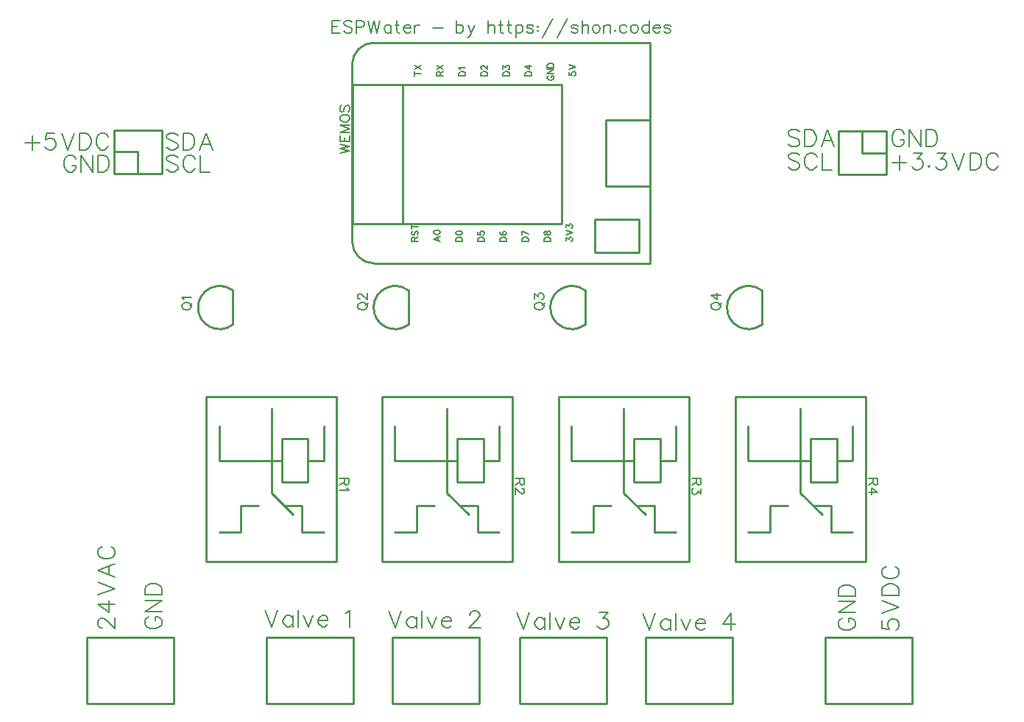
<source format=gto>
G04 Layer: TopSilkscreenLayer*
G04 EasyEDA v6.5.15, 2022-09-15 03:13:50*
G04 2db389ccdbee4c0ebea6c66897aa8e11,4bb84c5f6c124816bf94f4484d05adb3,10*
G04 Gerber Generator version 0.2*
G04 Scale: 100 percent, Rotated: No, Reflected: No *
G04 Dimensions in millimeters *
G04 leading zeros omitted , absolute positions ,4 integer and 5 decimal *
%FSLAX45Y45*%
%MOMM*%

%ADD10C,0.2032*%
%ADD11C,0.2030*%
%ADD12C,0.1524*%
%ADD13C,0.2540*%

%LPD*%
D10*
X1327657Y9092692D02*
G01*
X1327657Y8926576D01*
X1244600Y9009634D02*
G01*
X1410970Y9009634D01*
X1582673Y9120378D02*
G01*
X1490218Y9120378D01*
X1481073Y9037320D01*
X1490218Y9046463D01*
X1517904Y9055862D01*
X1545589Y9055862D01*
X1573529Y9046463D01*
X1591818Y9028176D01*
X1601215Y9000489D01*
X1601215Y8981947D01*
X1591818Y8954262D01*
X1573529Y8935720D01*
X1545589Y8926576D01*
X1517904Y8926576D01*
X1490218Y8935720D01*
X1481073Y8944863D01*
X1471929Y8963405D01*
X1662176Y9120378D02*
G01*
X1736089Y8926576D01*
X1809750Y9120378D02*
G01*
X1736089Y8926576D01*
X1870710Y9120378D02*
G01*
X1870710Y8926576D01*
X1870710Y9120378D02*
G01*
X1935479Y9120378D01*
X1963165Y9111234D01*
X1981708Y9092692D01*
X1990852Y9074150D01*
X2000250Y9046463D01*
X2000250Y9000489D01*
X1990852Y8972550D01*
X1981708Y8954262D01*
X1963165Y8935720D01*
X1935479Y8926576D01*
X1870710Y8926576D01*
X2199640Y9074150D02*
G01*
X2190495Y9092692D01*
X2171954Y9111234D01*
X2153411Y9120378D01*
X2116581Y9120378D01*
X2098040Y9111234D01*
X2079497Y9092692D01*
X2070354Y9074150D01*
X2061209Y9046463D01*
X2061209Y9000489D01*
X2070354Y8972550D01*
X2079497Y8954262D01*
X2098040Y8935720D01*
X2116581Y8926576D01*
X2153411Y8926576D01*
X2171954Y8935720D01*
X2190495Y8954262D01*
X2199640Y8972550D01*
X1827529Y8820150D02*
G01*
X1818386Y8838692D01*
X1799844Y8857234D01*
X1781555Y8866378D01*
X1744471Y8866378D01*
X1725929Y8857234D01*
X1707642Y8838692D01*
X1698244Y8820150D01*
X1689100Y8792463D01*
X1689100Y8746489D01*
X1698244Y8718550D01*
X1707642Y8700262D01*
X1725929Y8681720D01*
X1744471Y8672576D01*
X1781555Y8672576D01*
X1799844Y8681720D01*
X1818386Y8700262D01*
X1827529Y8718550D01*
X1827529Y8746489D01*
X1781555Y8746489D02*
G01*
X1827529Y8746489D01*
X1888489Y8866378D02*
G01*
X1888489Y8672576D01*
X1888489Y8866378D02*
G01*
X2018029Y8672576D01*
X2018029Y8866378D02*
G01*
X2018029Y8672576D01*
X2078990Y8866378D02*
G01*
X2078990Y8672576D01*
X2078990Y8866378D02*
G01*
X2143506Y8866378D01*
X2171191Y8857234D01*
X2189734Y8838692D01*
X2198877Y8820150D01*
X2208275Y8792463D01*
X2208275Y8746489D01*
X2198877Y8718550D01*
X2189734Y8700262D01*
X2171191Y8681720D01*
X2143506Y8672576D01*
X2078990Y8672576D01*
X2999486Y8838692D02*
G01*
X2980943Y8857234D01*
X2953258Y8866378D01*
X2916427Y8866378D01*
X2888741Y8857234D01*
X2870200Y8838692D01*
X2870200Y8820150D01*
X2879343Y8801862D01*
X2888741Y8792463D01*
X2907029Y8783320D01*
X2962656Y8764778D01*
X2980943Y8755634D01*
X2990341Y8746489D01*
X2999486Y8727947D01*
X2999486Y8700262D01*
X2980943Y8681720D01*
X2953258Y8672576D01*
X2916427Y8672576D01*
X2888741Y8681720D01*
X2870200Y8700262D01*
X3199129Y8820150D02*
G01*
X3189731Y8838692D01*
X3171190Y8857234D01*
X3152902Y8866378D01*
X3115818Y8866378D01*
X3097529Y8857234D01*
X3078988Y8838692D01*
X3069590Y8820150D01*
X3060445Y8792463D01*
X3060445Y8746489D01*
X3069590Y8718550D01*
X3078988Y8700262D01*
X3097529Y8681720D01*
X3115818Y8672576D01*
X3152902Y8672576D01*
X3171190Y8681720D01*
X3189731Y8700262D01*
X3199129Y8718550D01*
X3260090Y8866378D02*
G01*
X3260090Y8672576D01*
X3260090Y8672576D02*
G01*
X3370834Y8672576D01*
X2999486Y9092692D02*
G01*
X2980943Y9111234D01*
X2953258Y9120378D01*
X2916427Y9120378D01*
X2888741Y9111234D01*
X2870200Y9092692D01*
X2870200Y9074150D01*
X2879343Y9055862D01*
X2888741Y9046463D01*
X2907029Y9037320D01*
X2962656Y9018778D01*
X2980943Y9009634D01*
X2990341Y9000489D01*
X2999486Y8981947D01*
X2999486Y8954262D01*
X2980943Y8935720D01*
X2953258Y8926576D01*
X2916427Y8926576D01*
X2888741Y8935720D01*
X2870200Y8954262D01*
X3060445Y9120378D02*
G01*
X3060445Y8926576D01*
X3060445Y9120378D02*
G01*
X3125215Y9120378D01*
X3152902Y9111234D01*
X3171190Y9092692D01*
X3180588Y9074150D01*
X3189731Y9046463D01*
X3189731Y9000489D01*
X3180588Y8972550D01*
X3171190Y8954262D01*
X3152902Y8935720D01*
X3125215Y8926576D01*
X3060445Y8926576D01*
X3324606Y9120378D02*
G01*
X3250691Y8926576D01*
X3324606Y9120378D02*
G01*
X3398520Y8926576D01*
X3278377Y8991092D02*
G01*
X3370834Y8991092D01*
X10149586Y9130792D02*
G01*
X10131043Y9149334D01*
X10103358Y9158478D01*
X10066527Y9158478D01*
X10038841Y9149334D01*
X10020300Y9130792D01*
X10020300Y9112250D01*
X10029443Y9093962D01*
X10038841Y9084563D01*
X10057129Y9075420D01*
X10112756Y9056878D01*
X10131043Y9047734D01*
X10140441Y9038589D01*
X10149586Y9020047D01*
X10149586Y8992362D01*
X10131043Y8973820D01*
X10103358Y8964676D01*
X10066527Y8964676D01*
X10038841Y8973820D01*
X10020300Y8992362D01*
X10210545Y9158478D02*
G01*
X10210545Y8964676D01*
X10210545Y9158478D02*
G01*
X10275315Y9158478D01*
X10303002Y9149334D01*
X10321290Y9130792D01*
X10330688Y9112250D01*
X10339831Y9084563D01*
X10339831Y9038589D01*
X10330688Y9010650D01*
X10321290Y8992362D01*
X10303002Y8973820D01*
X10275315Y8964676D01*
X10210545Y8964676D01*
X10474706Y9158478D02*
G01*
X10400791Y8964676D01*
X10474706Y9158478D02*
G01*
X10548620Y8964676D01*
X10428477Y9029192D02*
G01*
X10520934Y9029192D01*
X10149586Y8864092D02*
G01*
X10131043Y8882634D01*
X10103358Y8891778D01*
X10066527Y8891778D01*
X10038841Y8882634D01*
X10020300Y8864092D01*
X10020300Y8845550D01*
X10029443Y8827262D01*
X10038841Y8817863D01*
X10057129Y8808720D01*
X10112756Y8790178D01*
X10131043Y8781034D01*
X10140441Y8771889D01*
X10149586Y8753347D01*
X10149586Y8725662D01*
X10131043Y8707120D01*
X10103358Y8697976D01*
X10066527Y8697976D01*
X10038841Y8707120D01*
X10020300Y8725662D01*
X10349229Y8845550D02*
G01*
X10339831Y8864092D01*
X10321290Y8882634D01*
X10303002Y8891778D01*
X10265918Y8891778D01*
X10247629Y8882634D01*
X10229088Y8864092D01*
X10219690Y8845550D01*
X10210545Y8817863D01*
X10210545Y8771889D01*
X10219690Y8743950D01*
X10229088Y8725662D01*
X10247629Y8707120D01*
X10265918Y8697976D01*
X10303002Y8697976D01*
X10321290Y8707120D01*
X10339831Y8725662D01*
X10349229Y8743950D01*
X10410190Y8891778D02*
G01*
X10410190Y8697976D01*
X10410190Y8697976D02*
G01*
X10520934Y8697976D01*
X11352529Y9112250D02*
G01*
X11343386Y9130792D01*
X11324843Y9149334D01*
X11306556Y9158478D01*
X11269472Y9158478D01*
X11250929Y9149334D01*
X11232641Y9130792D01*
X11223243Y9112250D01*
X11214100Y9084563D01*
X11214100Y9038589D01*
X11223243Y9010650D01*
X11232641Y8992362D01*
X11250929Y8973820D01*
X11269472Y8964676D01*
X11306556Y8964676D01*
X11324843Y8973820D01*
X11343386Y8992362D01*
X11352529Y9010650D01*
X11352529Y9038589D01*
X11306556Y9038589D02*
G01*
X11352529Y9038589D01*
X11413490Y9158478D02*
G01*
X11413490Y8964676D01*
X11413490Y9158478D02*
G01*
X11543029Y8964676D01*
X11543029Y9158478D02*
G01*
X11543029Y8964676D01*
X11603990Y9158478D02*
G01*
X11603990Y8964676D01*
X11603990Y9158478D02*
G01*
X11668506Y9158478D01*
X11696191Y9149334D01*
X11714734Y9130792D01*
X11723877Y9112250D01*
X11733275Y9084563D01*
X11733275Y9038589D01*
X11723877Y9010650D01*
X11714734Y8992362D01*
X11696191Y8973820D01*
X11668506Y8964676D01*
X11603990Y8964676D01*
X11297158Y8864092D02*
G01*
X11297158Y8697976D01*
X11214100Y8781034D02*
G01*
X11380470Y8781034D01*
X11459718Y8891778D02*
G01*
X11561318Y8891778D01*
X11505945Y8817863D01*
X11533631Y8817863D01*
X11552174Y8808720D01*
X11561318Y8799576D01*
X11570715Y8771889D01*
X11570715Y8753347D01*
X11561318Y8725662D01*
X11543029Y8707120D01*
X11515090Y8697976D01*
X11487404Y8697976D01*
X11459718Y8707120D01*
X11450574Y8716263D01*
X11441429Y8734805D01*
X11640820Y8743950D02*
G01*
X11631675Y8734805D01*
X11640820Y8725662D01*
X11649963Y8734805D01*
X11640820Y8743950D01*
X11729465Y8891778D02*
G01*
X11831065Y8891778D01*
X11775693Y8817863D01*
X11803379Y8817863D01*
X11821922Y8808720D01*
X11831065Y8799576D01*
X11840209Y8771889D01*
X11840209Y8753347D01*
X11831065Y8725662D01*
X11812524Y8707120D01*
X11784838Y8697976D01*
X11757152Y8697976D01*
X11729465Y8707120D01*
X11720322Y8716263D01*
X11710924Y8734805D01*
X11901170Y8891778D02*
G01*
X11975084Y8697976D01*
X12048997Y8891778D02*
G01*
X11975084Y8697976D01*
X12109958Y8891778D02*
G01*
X12109958Y8697976D01*
X12109958Y8891778D02*
G01*
X12174727Y8891778D01*
X12202413Y8882634D01*
X12220956Y8864092D01*
X12230100Y8845550D01*
X12239243Y8817863D01*
X12239243Y8771889D01*
X12230100Y8743950D01*
X12220956Y8725662D01*
X12202413Y8707120D01*
X12174727Y8697976D01*
X12109958Y8697976D01*
X12438888Y8845550D02*
G01*
X12429490Y8864092D01*
X12411202Y8882634D01*
X12392659Y8891778D01*
X12355829Y8891778D01*
X12337288Y8882634D01*
X12318745Y8864092D01*
X12309602Y8845550D01*
X12300204Y8817863D01*
X12300204Y8771889D01*
X12309602Y8743950D01*
X12318745Y8725662D01*
X12337288Y8707120D01*
X12355829Y8697976D01*
X12392659Y8697976D01*
X12411202Y8707120D01*
X12429490Y8725662D01*
X12438888Y8743950D01*
D11*
X4775200Y10412984D02*
G01*
X4775200Y10269728D01*
X4775200Y10412984D02*
G01*
X4863845Y10412984D01*
X4775200Y10344658D02*
G01*
X4829809Y10344658D01*
X4775200Y10269728D02*
G01*
X4863845Y10269728D01*
X5004308Y10392410D02*
G01*
X4990591Y10406126D01*
X4970272Y10412984D01*
X4942840Y10412984D01*
X4922520Y10406126D01*
X4908804Y10392410D01*
X4908804Y10378947D01*
X4915661Y10365231D01*
X4922520Y10358374D01*
X4935981Y10351515D01*
X4977129Y10338054D01*
X4990591Y10331195D01*
X4997450Y10324337D01*
X5004308Y10310621D01*
X5004308Y10290302D01*
X4990591Y10276586D01*
X4970272Y10269728D01*
X4942840Y10269728D01*
X4922520Y10276586D01*
X4908804Y10290302D01*
X5049265Y10412984D02*
G01*
X5049265Y10269728D01*
X5049265Y10412984D02*
G01*
X5110734Y10412984D01*
X5131054Y10406126D01*
X5137911Y10399268D01*
X5144770Y10385805D01*
X5144770Y10365231D01*
X5137911Y10351515D01*
X5131054Y10344658D01*
X5110734Y10338054D01*
X5049265Y10338054D01*
X5189727Y10412984D02*
G01*
X5223763Y10269728D01*
X5257800Y10412984D02*
G01*
X5223763Y10269728D01*
X5257800Y10412984D02*
G01*
X5292090Y10269728D01*
X5326125Y10412984D02*
G01*
X5292090Y10269728D01*
X5452872Y10365231D02*
G01*
X5452872Y10269728D01*
X5452872Y10344658D02*
G01*
X5439409Y10358374D01*
X5425693Y10365231D01*
X5405120Y10365231D01*
X5391658Y10358374D01*
X5377941Y10344658D01*
X5371084Y10324337D01*
X5371084Y10310621D01*
X5377941Y10290302D01*
X5391658Y10276586D01*
X5405120Y10269728D01*
X5425693Y10269728D01*
X5439409Y10276586D01*
X5452872Y10290302D01*
X5518404Y10412984D02*
G01*
X5518404Y10297160D01*
X5525261Y10276586D01*
X5538724Y10269728D01*
X5552440Y10269728D01*
X5497829Y10365231D02*
G01*
X5545581Y10365231D01*
X5597397Y10324337D02*
G01*
X5679186Y10324337D01*
X5679186Y10338054D01*
X5672581Y10351515D01*
X5665724Y10358374D01*
X5652008Y10365231D01*
X5631688Y10365231D01*
X5617972Y10358374D01*
X5604256Y10344658D01*
X5597397Y10324337D01*
X5597397Y10310621D01*
X5604256Y10290302D01*
X5617972Y10276586D01*
X5631688Y10269728D01*
X5652008Y10269728D01*
X5665724Y10276586D01*
X5679186Y10290302D01*
X5724397Y10365231D02*
G01*
X5724397Y10269728D01*
X5724397Y10324337D02*
G01*
X5731002Y10344658D01*
X5744718Y10358374D01*
X5758434Y10365231D01*
X5778754Y10365231D01*
X5928868Y10331195D02*
G01*
X6051550Y10331195D01*
X6201663Y10412984D02*
G01*
X6201663Y10269728D01*
X6201663Y10344658D02*
G01*
X6215125Y10358374D01*
X6228841Y10365231D01*
X6249161Y10365231D01*
X6262877Y10358374D01*
X6276593Y10344658D01*
X6283452Y10324337D01*
X6283452Y10310621D01*
X6276593Y10290302D01*
X6262877Y10276586D01*
X6249161Y10269728D01*
X6228841Y10269728D01*
X6215125Y10276586D01*
X6201663Y10290302D01*
X6335268Y10365231D02*
G01*
X6376161Y10269728D01*
X6417056Y10365231D02*
G01*
X6376161Y10269728D01*
X6362445Y10242550D01*
X6348729Y10228834D01*
X6335268Y10221976D01*
X6328409Y10221976D01*
X6566915Y10412984D02*
G01*
X6566915Y10269728D01*
X6566915Y10338054D02*
G01*
X6587490Y10358374D01*
X6601206Y10365231D01*
X6621525Y10365231D01*
X6635241Y10358374D01*
X6642100Y10338054D01*
X6642100Y10269728D01*
X6707377Y10412984D02*
G01*
X6707377Y10297160D01*
X6714236Y10276586D01*
X6727952Y10269728D01*
X6741668Y10269728D01*
X6687058Y10365231D02*
G01*
X6734809Y10365231D01*
X6806945Y10412984D02*
G01*
X6806945Y10297160D01*
X6813804Y10276586D01*
X6827520Y10269728D01*
X6840981Y10269728D01*
X6786625Y10365231D02*
G01*
X6834377Y10365231D01*
X6886193Y10365231D02*
G01*
X6886193Y10221976D01*
X6886193Y10344658D02*
G01*
X6899656Y10358374D01*
X6913372Y10365231D01*
X6933945Y10365231D01*
X6947408Y10358374D01*
X6961124Y10344658D01*
X6967981Y10324337D01*
X6967981Y10310621D01*
X6961124Y10290302D01*
X6947408Y10276586D01*
X6933945Y10269728D01*
X6913372Y10269728D01*
X6899656Y10276586D01*
X6886193Y10290302D01*
X7087870Y10344658D02*
G01*
X7081011Y10358374D01*
X7060691Y10365231D01*
X7040118Y10365231D01*
X7019797Y10358374D01*
X7012940Y10344658D01*
X7019797Y10331195D01*
X7033259Y10324337D01*
X7067550Y10317479D01*
X7081011Y10310621D01*
X7087870Y10297160D01*
X7087870Y10290302D01*
X7081011Y10276586D01*
X7060691Y10269728D01*
X7040118Y10269728D01*
X7019797Y10276586D01*
X7012940Y10290302D01*
X7139686Y10351515D02*
G01*
X7132827Y10344658D01*
X7139686Y10338054D01*
X7146543Y10344658D01*
X7139686Y10351515D01*
X7139686Y10303763D02*
G01*
X7132827Y10297160D01*
X7139686Y10290302D01*
X7146543Y10297160D01*
X7139686Y10303763D01*
X7314184Y10440162D02*
G01*
X7191502Y10221976D01*
X7482077Y10440162D02*
G01*
X7359395Y10221976D01*
X7601965Y10344658D02*
G01*
X7595108Y10358374D01*
X7574788Y10365231D01*
X7554213Y10365231D01*
X7533893Y10358374D01*
X7527036Y10344658D01*
X7533893Y10331195D01*
X7547356Y10324337D01*
X7581645Y10317479D01*
X7595108Y10310621D01*
X7601965Y10297160D01*
X7601965Y10290302D01*
X7595108Y10276586D01*
X7574788Y10269728D01*
X7554213Y10269728D01*
X7533893Y10276586D01*
X7527036Y10290302D01*
X7646924Y10412984D02*
G01*
X7646924Y10269728D01*
X7646924Y10338054D02*
G01*
X7667497Y10358374D01*
X7681213Y10365231D01*
X7701534Y10365231D01*
X7715250Y10358374D01*
X7722108Y10338054D01*
X7722108Y10269728D01*
X7801102Y10365231D02*
G01*
X7787386Y10358374D01*
X7773924Y10344658D01*
X7767065Y10324337D01*
X7767065Y10310621D01*
X7773924Y10290302D01*
X7787386Y10276586D01*
X7801102Y10269728D01*
X7821675Y10269728D01*
X7835138Y10276586D01*
X7848854Y10290302D01*
X7855711Y10310621D01*
X7855711Y10324337D01*
X7848854Y10344658D01*
X7835138Y10358374D01*
X7821675Y10365231D01*
X7801102Y10365231D01*
X7900670Y10365231D02*
G01*
X7900670Y10269728D01*
X7900670Y10338054D02*
G01*
X7920990Y10358374D01*
X7934706Y10365231D01*
X7955279Y10365231D01*
X7968741Y10358374D01*
X7975600Y10338054D01*
X7975600Y10269728D01*
X8027415Y10303763D02*
G01*
X8020558Y10297160D01*
X8027415Y10290302D01*
X8034274Y10297160D01*
X8027415Y10303763D01*
X8161020Y10344658D02*
G01*
X8147558Y10358374D01*
X8133841Y10365231D01*
X8113268Y10365231D01*
X8099806Y10358374D01*
X8086090Y10344658D01*
X8079231Y10324337D01*
X8079231Y10310621D01*
X8086090Y10290302D01*
X8099806Y10276586D01*
X8113268Y10269728D01*
X8133841Y10269728D01*
X8147558Y10276586D01*
X8161020Y10290302D01*
X8240268Y10365231D02*
G01*
X8226552Y10358374D01*
X8212836Y10344658D01*
X8205977Y10324337D01*
X8205977Y10310621D01*
X8212836Y10290302D01*
X8226552Y10276586D01*
X8240268Y10269728D01*
X8260588Y10269728D01*
X8274304Y10276586D01*
X8288020Y10290302D01*
X8294624Y10310621D01*
X8294624Y10324337D01*
X8288020Y10344658D01*
X8274304Y10358374D01*
X8260588Y10365231D01*
X8240268Y10365231D01*
X8421624Y10412984D02*
G01*
X8421624Y10269728D01*
X8421624Y10344658D02*
G01*
X8407908Y10358374D01*
X8394191Y10365231D01*
X8373872Y10365231D01*
X8360156Y10358374D01*
X8346440Y10344658D01*
X8339836Y10324337D01*
X8339836Y10310621D01*
X8346440Y10290302D01*
X8360156Y10276586D01*
X8373872Y10269728D01*
X8394191Y10269728D01*
X8407908Y10276586D01*
X8421624Y10290302D01*
X8466581Y10324337D02*
G01*
X8548370Y10324337D01*
X8548370Y10338054D01*
X8541511Y10351515D01*
X8534654Y10358374D01*
X8521191Y10365231D01*
X8500618Y10365231D01*
X8486902Y10358374D01*
X8473440Y10344658D01*
X8466581Y10324337D01*
X8466581Y10310621D01*
X8473440Y10290302D01*
X8486902Y10276586D01*
X8500618Y10269728D01*
X8521191Y10269728D01*
X8534654Y10276586D01*
X8548370Y10290302D01*
X8668258Y10344658D02*
G01*
X8661654Y10358374D01*
X8641079Y10365231D01*
X8620759Y10365231D01*
X8600186Y10358374D01*
X8593327Y10344658D01*
X8600186Y10331195D01*
X8613902Y10324337D01*
X8647938Y10317479D01*
X8661654Y10310621D01*
X8668258Y10297160D01*
X8668258Y10290302D01*
X8661654Y10276586D01*
X8641079Y10269728D01*
X8620759Y10269728D01*
X8600186Y10276586D01*
X8593327Y10290302D01*
D12*
X4966715Y5143500D02*
G01*
X4857750Y5143500D01*
X4966715Y5143500D02*
G01*
X4966715Y5096763D01*
X4961636Y5081270D01*
X4956302Y5075936D01*
X4945888Y5070855D01*
X4935474Y5070855D01*
X4925059Y5075936D01*
X4919979Y5081270D01*
X4914900Y5096763D01*
X4914900Y5143500D01*
X4914900Y5107178D02*
G01*
X4857750Y5070855D01*
X4945888Y5036565D02*
G01*
X4951222Y5026152D01*
X4966715Y5010404D01*
X4857750Y5010404D01*
X6986015Y5143500D02*
G01*
X6877050Y5143500D01*
X6986015Y5143500D02*
G01*
X6986015Y5096763D01*
X6980936Y5081270D01*
X6975602Y5075936D01*
X6965188Y5070855D01*
X6954774Y5070855D01*
X6944359Y5075936D01*
X6939279Y5081270D01*
X6934200Y5096763D01*
X6934200Y5143500D01*
X6934200Y5107178D02*
G01*
X6877050Y5070855D01*
X6960108Y5031231D02*
G01*
X6965188Y5031231D01*
X6975602Y5026152D01*
X6980936Y5020818D01*
X6986015Y5010404D01*
X6986015Y4989829D01*
X6980936Y4979415D01*
X6975602Y4974081D01*
X6965188Y4969002D01*
X6954774Y4969002D01*
X6944359Y4974081D01*
X6928865Y4984495D01*
X6877050Y5036565D01*
X6877050Y4963668D01*
X9018015Y5143500D02*
G01*
X8909050Y5143500D01*
X9018015Y5143500D02*
G01*
X9018015Y5096763D01*
X9012936Y5081270D01*
X9007602Y5075936D01*
X8997188Y5070855D01*
X8986774Y5070855D01*
X8976359Y5075936D01*
X8971279Y5081270D01*
X8966200Y5096763D01*
X8966200Y5143500D01*
X8966200Y5107178D02*
G01*
X8909050Y5070855D01*
X9018015Y5026152D02*
G01*
X9018015Y4969002D01*
X8976359Y4999989D01*
X8976359Y4984495D01*
X8971279Y4974081D01*
X8966200Y4969002D01*
X8950452Y4963668D01*
X8940038Y4963668D01*
X8924543Y4969002D01*
X8914129Y4979415D01*
X8909050Y4994910D01*
X8909050Y5010404D01*
X8914129Y5026152D01*
X8919209Y5031231D01*
X8929624Y5036565D01*
X11050015Y5143500D02*
G01*
X10941050Y5143500D01*
X11050015Y5143500D02*
G01*
X11050015Y5096763D01*
X11044936Y5081270D01*
X11039602Y5075936D01*
X11029188Y5070855D01*
X11018774Y5070855D01*
X11008359Y5075936D01*
X11003279Y5081270D01*
X10998200Y5096763D01*
X10998200Y5143500D01*
X10998200Y5107178D02*
G01*
X10941050Y5070855D01*
X11050015Y4984495D02*
G01*
X10977372Y5036565D01*
X10977372Y4958587D01*
X11050015Y4984495D02*
G01*
X10941050Y4984495D01*
D10*
X4000500Y3633978D02*
G01*
X4074413Y3440176D01*
X4148327Y3633978D02*
G01*
X4074413Y3440176D01*
X4320031Y3569462D02*
G01*
X4320031Y3440176D01*
X4320031Y3541776D02*
G01*
X4301490Y3560063D01*
X4283202Y3569462D01*
X4255515Y3569462D01*
X4236974Y3560063D01*
X4218431Y3541776D01*
X4209288Y3514089D01*
X4209288Y3495547D01*
X4218431Y3467862D01*
X4236974Y3449320D01*
X4255515Y3440176D01*
X4283202Y3440176D01*
X4301490Y3449320D01*
X4320031Y3467862D01*
X4380991Y3633978D02*
G01*
X4380991Y3440176D01*
X4441952Y3569462D02*
G01*
X4497324Y3440176D01*
X4552950Y3569462D02*
G01*
X4497324Y3440176D01*
X4613909Y3514089D02*
G01*
X4724654Y3514089D01*
X4724654Y3532378D01*
X4715509Y3550920D01*
X4706111Y3560063D01*
X4687570Y3569462D01*
X4659884Y3569462D01*
X4641595Y3560063D01*
X4623054Y3541776D01*
X4613909Y3514089D01*
X4613909Y3495547D01*
X4623054Y3467862D01*
X4641595Y3449320D01*
X4659884Y3440176D01*
X4687570Y3440176D01*
X4706111Y3449320D01*
X4724654Y3467862D01*
X4927854Y3597147D02*
G01*
X4946395Y3606292D01*
X4974081Y3633978D01*
X4974081Y3440176D01*
X5422900Y3621278D02*
G01*
X5496813Y3427476D01*
X5570727Y3621278D02*
G01*
X5496813Y3427476D01*
X5742431Y3556762D02*
G01*
X5742431Y3427476D01*
X5742431Y3529076D02*
G01*
X5723890Y3547363D01*
X5705602Y3556762D01*
X5677915Y3556762D01*
X5659374Y3547363D01*
X5640831Y3529076D01*
X5631688Y3501389D01*
X5631688Y3482847D01*
X5640831Y3455162D01*
X5659374Y3436620D01*
X5677915Y3427476D01*
X5705602Y3427476D01*
X5723890Y3436620D01*
X5742431Y3455162D01*
X5803391Y3621278D02*
G01*
X5803391Y3427476D01*
X5864352Y3556762D02*
G01*
X5919724Y3427476D01*
X5975350Y3556762D02*
G01*
X5919724Y3427476D01*
X6036309Y3501389D02*
G01*
X6147054Y3501389D01*
X6147054Y3519678D01*
X6137909Y3538220D01*
X6128511Y3547363D01*
X6109970Y3556762D01*
X6082284Y3556762D01*
X6063995Y3547363D01*
X6045454Y3529076D01*
X6036309Y3501389D01*
X6036309Y3482847D01*
X6045454Y3455162D01*
X6063995Y3436620D01*
X6082284Y3427476D01*
X6109970Y3427476D01*
X6128511Y3436620D01*
X6147054Y3455162D01*
X6359397Y3575050D02*
G01*
X6359397Y3584447D01*
X6368795Y3602989D01*
X6377940Y3612134D01*
X6396481Y3621278D01*
X6433311Y3621278D01*
X6451854Y3612134D01*
X6460997Y3602989D01*
X6470395Y3584447D01*
X6470395Y3565905D01*
X6460997Y3547363D01*
X6442709Y3519678D01*
X6350254Y3427476D01*
X6479540Y3427476D01*
X6896100Y3608578D02*
G01*
X6970013Y3414776D01*
X7043927Y3608578D02*
G01*
X6970013Y3414776D01*
X7215631Y3544062D02*
G01*
X7215631Y3414776D01*
X7215631Y3516376D02*
G01*
X7197090Y3534663D01*
X7178802Y3544062D01*
X7151115Y3544062D01*
X7132574Y3534663D01*
X7114031Y3516376D01*
X7104888Y3488689D01*
X7104888Y3470147D01*
X7114031Y3442462D01*
X7132574Y3423920D01*
X7151115Y3414776D01*
X7178802Y3414776D01*
X7197090Y3423920D01*
X7215631Y3442462D01*
X7276591Y3608578D02*
G01*
X7276591Y3414776D01*
X7337552Y3544062D02*
G01*
X7392924Y3414776D01*
X7448550Y3544062D02*
G01*
X7392924Y3414776D01*
X7509509Y3488689D02*
G01*
X7620254Y3488689D01*
X7620254Y3506978D01*
X7611109Y3525520D01*
X7601711Y3534663D01*
X7583170Y3544062D01*
X7555484Y3544062D01*
X7537195Y3534663D01*
X7518654Y3516376D01*
X7509509Y3488689D01*
X7509509Y3470147D01*
X7518654Y3442462D01*
X7537195Y3423920D01*
X7555484Y3414776D01*
X7583170Y3414776D01*
X7601711Y3423920D01*
X7620254Y3442462D01*
X7841995Y3608578D02*
G01*
X7943595Y3608578D01*
X7887970Y3534663D01*
X7915909Y3534663D01*
X7934197Y3525520D01*
X7943595Y3516376D01*
X7952740Y3488689D01*
X7952740Y3470147D01*
X7943595Y3442462D01*
X7925054Y3423920D01*
X7897368Y3414776D01*
X7869681Y3414776D01*
X7841995Y3423920D01*
X7832597Y3433063D01*
X7823454Y3451605D01*
X8343900Y3595878D02*
G01*
X8417813Y3402076D01*
X8491727Y3595878D02*
G01*
X8417813Y3402076D01*
X8663431Y3531362D02*
G01*
X8663431Y3402076D01*
X8663431Y3503676D02*
G01*
X8644890Y3521963D01*
X8626602Y3531362D01*
X8598915Y3531362D01*
X8580374Y3521963D01*
X8561831Y3503676D01*
X8552688Y3475989D01*
X8552688Y3457447D01*
X8561831Y3429762D01*
X8580374Y3411220D01*
X8598915Y3402076D01*
X8626602Y3402076D01*
X8644890Y3411220D01*
X8663431Y3429762D01*
X8724391Y3595878D02*
G01*
X8724391Y3402076D01*
X8785352Y3531362D02*
G01*
X8840724Y3402076D01*
X8896350Y3531362D02*
G01*
X8840724Y3402076D01*
X8957309Y3475989D02*
G01*
X9068054Y3475989D01*
X9068054Y3494278D01*
X9058909Y3512820D01*
X9049511Y3521963D01*
X9030970Y3531362D01*
X9003284Y3531362D01*
X8984995Y3521963D01*
X8966454Y3503676D01*
X8957309Y3475989D01*
X8957309Y3457447D01*
X8966454Y3429762D01*
X8984995Y3411220D01*
X9003284Y3402076D01*
X9030970Y3402076D01*
X9049511Y3411220D01*
X9068054Y3429762D01*
X9363709Y3595878D02*
G01*
X9271254Y3466592D01*
X9409684Y3466592D01*
X9363709Y3595878D02*
G01*
X9363709Y3402076D01*
X2665732Y3554732D02*
G01*
X2647444Y3545588D01*
X2628902Y3527046D01*
X2619758Y3508758D01*
X2619758Y3471674D01*
X2628902Y3453132D01*
X2647444Y3434844D01*
X2665732Y3425446D01*
X2693672Y3416302D01*
X2739646Y3416302D01*
X2767332Y3425446D01*
X2785874Y3434844D01*
X2804416Y3453132D01*
X2813560Y3471674D01*
X2813560Y3508758D01*
X2804416Y3527046D01*
X2785874Y3545588D01*
X2767332Y3554732D01*
X2739646Y3554732D01*
X2739646Y3508758D02*
G01*
X2739646Y3554732D01*
X2619758Y3615692D02*
G01*
X2813560Y3615692D01*
X2619758Y3615692D02*
G01*
X2813560Y3745232D01*
X2619758Y3745232D02*
G01*
X2813560Y3745232D01*
X2619758Y3806192D02*
G01*
X2813560Y3806192D01*
X2619758Y3806192D02*
G01*
X2619758Y3870708D01*
X2628902Y3898394D01*
X2647444Y3916936D01*
X2665732Y3926080D01*
X2693672Y3935478D01*
X2739646Y3935478D01*
X2767332Y3926080D01*
X2785874Y3916936D01*
X2804416Y3898394D01*
X2813560Y3870708D01*
X2813560Y3806192D01*
X2127250Y3425444D02*
G01*
X2117852Y3425444D01*
X2099309Y3434842D01*
X2090165Y3443986D01*
X2081022Y3462528D01*
X2081022Y3499357D01*
X2090165Y3517900D01*
X2099309Y3527044D01*
X2117852Y3536442D01*
X2136393Y3536442D01*
X2154936Y3527044D01*
X2182622Y3508755D01*
X2274824Y3416300D01*
X2274824Y3545586D01*
X2081022Y3699002D02*
G01*
X2210308Y3606545D01*
X2210308Y3745229D01*
X2081022Y3699002D02*
G01*
X2274824Y3699002D01*
X2081022Y3806189D02*
G01*
X2274824Y3879850D01*
X2081022Y3953763D02*
G01*
X2274824Y3879850D01*
X2081022Y4088637D02*
G01*
X2274824Y4014723D01*
X2081022Y4088637D02*
G01*
X2274824Y4162552D01*
X2210308Y4042410D02*
G01*
X2210308Y4134865D01*
X2127250Y4362195D02*
G01*
X2108708Y4352797D01*
X2090165Y4334510D01*
X2081022Y4315968D01*
X2081022Y4278884D01*
X2090165Y4260595D01*
X2108708Y4242054D01*
X2127250Y4232910D01*
X2154936Y4223512D01*
X2200909Y4223512D01*
X2228850Y4232910D01*
X2247138Y4242054D01*
X2265679Y4260595D01*
X2274824Y4278884D01*
X2274824Y4315968D01*
X2265679Y4334510D01*
X2247138Y4352797D01*
X2228850Y4362195D01*
X10641332Y3542032D02*
G01*
X10623044Y3532888D01*
X10604502Y3514346D01*
X10595358Y3496058D01*
X10595358Y3458974D01*
X10604502Y3440432D01*
X10623044Y3422144D01*
X10641332Y3412746D01*
X10669272Y3403602D01*
X10715246Y3403602D01*
X10742932Y3412746D01*
X10761474Y3422144D01*
X10780016Y3440432D01*
X10789160Y3458974D01*
X10789160Y3496058D01*
X10780016Y3514346D01*
X10761474Y3532888D01*
X10742932Y3542032D01*
X10715246Y3542032D01*
X10715246Y3496058D02*
G01*
X10715246Y3542032D01*
X10595358Y3602992D02*
G01*
X10789160Y3602992D01*
X10595358Y3602992D02*
G01*
X10789160Y3732532D01*
X10595358Y3732532D02*
G01*
X10789160Y3732532D01*
X10595358Y3793492D02*
G01*
X10789160Y3793492D01*
X10595358Y3793492D02*
G01*
X10595358Y3858008D01*
X10604502Y3885694D01*
X10623044Y3904236D01*
X10641332Y3913380D01*
X10669272Y3922778D01*
X10715246Y3922778D01*
X10742932Y3913380D01*
X10761474Y3904236D01*
X10780016Y3885694D01*
X10789160Y3858008D01*
X10789160Y3793492D01*
X11098022Y3514344D02*
G01*
X11098022Y3422142D01*
X11181079Y3412744D01*
X11171936Y3422142D01*
X11162538Y3449828D01*
X11162538Y3477513D01*
X11171936Y3505200D01*
X11190224Y3523742D01*
X11217909Y3532886D01*
X11236452Y3532886D01*
X11264138Y3523742D01*
X11282679Y3505200D01*
X11291824Y3477513D01*
X11291824Y3449828D01*
X11282679Y3422142D01*
X11273536Y3412744D01*
X11254993Y3403600D01*
X11098022Y3593845D02*
G01*
X11291824Y3667760D01*
X11098022Y3741673D02*
G01*
X11291824Y3667760D01*
X11098022Y3802634D02*
G01*
X11291824Y3802634D01*
X11098022Y3802634D02*
G01*
X11098022Y3867150D01*
X11107165Y3895089D01*
X11125708Y3913378D01*
X11144250Y3922776D01*
X11171936Y3931920D01*
X11217909Y3931920D01*
X11245850Y3922776D01*
X11264138Y3913378D01*
X11282679Y3895089D01*
X11291824Y3867150D01*
X11291824Y3802634D01*
X11144250Y4131310D02*
G01*
X11125708Y4122165D01*
X11107165Y4103623D01*
X11098022Y4085336D01*
X11098022Y4048252D01*
X11107165Y4029710D01*
X11125708Y4011421D01*
X11144250Y4002023D01*
X11171936Y3992879D01*
X11217909Y3992879D01*
X11245850Y4002023D01*
X11264138Y4011421D01*
X11282679Y4029710D01*
X11291824Y4048252D01*
X11291824Y4085336D01*
X11282679Y4103623D01*
X11264138Y4122165D01*
X11245850Y4131310D01*
D12*
X3046984Y7117842D02*
G01*
X3052063Y7107428D01*
X3062477Y7097013D01*
X3072891Y7091679D01*
X3088640Y7086600D01*
X3114547Y7086600D01*
X3130041Y7091679D01*
X3140456Y7097013D01*
X3150870Y7107428D01*
X3155950Y7117842D01*
X3155950Y7138670D01*
X3150870Y7148829D01*
X3140456Y7159244D01*
X3130041Y7164578D01*
X3114547Y7169658D01*
X3088640Y7169658D01*
X3072891Y7164578D01*
X3062477Y7159244D01*
X3052063Y7148829D01*
X3046984Y7138670D01*
X3046984Y7117842D01*
X3135375Y7133336D02*
G01*
X3166363Y7164578D01*
X3067811Y7203947D02*
G01*
X3062477Y7214362D01*
X3046984Y7230110D01*
X3155950Y7230110D01*
X5066284Y7117842D02*
G01*
X5071363Y7107428D01*
X5081777Y7097013D01*
X5092191Y7091679D01*
X5107940Y7086600D01*
X5133847Y7086600D01*
X5149341Y7091679D01*
X5159756Y7097013D01*
X5170170Y7107428D01*
X5175250Y7117842D01*
X5175250Y7138670D01*
X5170170Y7148829D01*
X5159756Y7159244D01*
X5149341Y7164578D01*
X5133847Y7169658D01*
X5107940Y7169658D01*
X5092191Y7164578D01*
X5081777Y7159244D01*
X5071363Y7148829D01*
X5066284Y7138670D01*
X5066284Y7117842D01*
X5154675Y7133336D02*
G01*
X5185663Y7164578D01*
X5092191Y7209281D02*
G01*
X5087111Y7209281D01*
X5076697Y7214362D01*
X5071363Y7219695D01*
X5066284Y7230110D01*
X5066284Y7250684D01*
X5071363Y7261097D01*
X5076697Y7266431D01*
X5087111Y7271512D01*
X5097525Y7271512D01*
X5107940Y7266431D01*
X5123434Y7256018D01*
X5175250Y7203947D01*
X5175250Y7276845D01*
X7098284Y7117842D02*
G01*
X7103363Y7107428D01*
X7113777Y7097013D01*
X7124191Y7091679D01*
X7139940Y7086600D01*
X7165847Y7086600D01*
X7181341Y7091679D01*
X7191756Y7097013D01*
X7202170Y7107428D01*
X7207250Y7117842D01*
X7207250Y7138670D01*
X7202170Y7148829D01*
X7191756Y7159244D01*
X7181341Y7164578D01*
X7165847Y7169658D01*
X7139940Y7169658D01*
X7124191Y7164578D01*
X7113777Y7159244D01*
X7103363Y7148829D01*
X7098284Y7138670D01*
X7098284Y7117842D01*
X7186675Y7133336D02*
G01*
X7217663Y7164578D01*
X7098284Y7214362D02*
G01*
X7098284Y7271512D01*
X7139940Y7240270D01*
X7139940Y7256018D01*
X7145020Y7266431D01*
X7150100Y7271512D01*
X7165847Y7276845D01*
X7176261Y7276845D01*
X7191756Y7271512D01*
X7202170Y7261097D01*
X7207250Y7245604D01*
X7207250Y7230110D01*
X7202170Y7214362D01*
X7197090Y7209281D01*
X7186675Y7203947D01*
X9130284Y7117842D02*
G01*
X9135363Y7107428D01*
X9145777Y7097013D01*
X9156191Y7091679D01*
X9171940Y7086600D01*
X9197847Y7086600D01*
X9213341Y7091679D01*
X9223756Y7097013D01*
X9234170Y7107428D01*
X9239250Y7117842D01*
X9239250Y7138670D01*
X9234170Y7148829D01*
X9223756Y7159244D01*
X9213341Y7164578D01*
X9197847Y7169658D01*
X9171940Y7169658D01*
X9156191Y7164578D01*
X9145777Y7159244D01*
X9135363Y7148829D01*
X9130284Y7138670D01*
X9130284Y7117842D01*
X9218675Y7133336D02*
G01*
X9249663Y7164578D01*
X9130284Y7256018D02*
G01*
X9202927Y7203947D01*
X9202927Y7281926D01*
X9130284Y7256018D02*
G01*
X9239250Y7256018D01*
X4863084Y8890000D02*
G01*
X4972050Y8915908D01*
X4863084Y8942070D02*
G01*
X4972050Y8915908D01*
X4863084Y8942070D02*
G01*
X4972050Y8967978D01*
X4863084Y8993886D02*
G01*
X4972050Y8967978D01*
X4863084Y9028176D02*
G01*
X4972050Y9028176D01*
X4863084Y9028176D02*
G01*
X4863084Y9095739D01*
X4914900Y9028176D02*
G01*
X4914900Y9069831D01*
X4972050Y9028176D02*
G01*
X4972050Y9095739D01*
X4863084Y9130029D02*
G01*
X4972050Y9130029D01*
X4863084Y9130029D02*
G01*
X4972050Y9171686D01*
X4863084Y9213087D02*
G01*
X4972050Y9171686D01*
X4863084Y9213087D02*
G01*
X4972050Y9213087D01*
X4863084Y9278620D02*
G01*
X4868163Y9268205D01*
X4878577Y9257792D01*
X4888991Y9252712D01*
X4904740Y9247378D01*
X4930647Y9247378D01*
X4946141Y9252712D01*
X4956556Y9257792D01*
X4966970Y9268205D01*
X4972050Y9278620D01*
X4972050Y9299447D01*
X4966970Y9309862D01*
X4956556Y9320276D01*
X4946141Y9325355D01*
X4930647Y9330689D01*
X4904740Y9330689D01*
X4888991Y9325355D01*
X4878577Y9320276D01*
X4868163Y9309862D01*
X4863084Y9299447D01*
X4863084Y9278620D01*
X4878577Y9437624D02*
G01*
X4868163Y9427210D01*
X4863084Y9411715D01*
X4863084Y9390887D01*
X4868163Y9375139D01*
X4878577Y9364979D01*
X4888991Y9364979D01*
X4899406Y9370060D01*
X4904740Y9375139D01*
X4909820Y9385554D01*
X4920234Y9416795D01*
X4925313Y9427210D01*
X4930647Y9432289D01*
X4941061Y9437624D01*
X4956556Y9437624D01*
X4966970Y9427210D01*
X4972050Y9411715D01*
X4972050Y9390887D01*
X4966970Y9375139D01*
X4956556Y9364979D01*
X5688838Y7874000D02*
G01*
X5761736Y7874000D01*
X5688838Y7874000D02*
G01*
X5688838Y7905242D01*
X5692393Y7915655D01*
X5695950Y7918958D01*
X5702808Y7922513D01*
X5709665Y7922513D01*
X5716524Y7918958D01*
X5720079Y7915655D01*
X5723636Y7905242D01*
X5723636Y7874000D01*
X5723636Y7898129D02*
G01*
X5761736Y7922513D01*
X5699252Y7993887D02*
G01*
X5692393Y7987029D01*
X5688838Y7976615D01*
X5688838Y7962645D01*
X5692393Y7952231D01*
X5699252Y7945373D01*
X5706109Y7945373D01*
X5713222Y7948929D01*
X5716524Y7952231D01*
X5720079Y7959089D01*
X5726938Y7979918D01*
X5730493Y7987029D01*
X5734050Y7990331D01*
X5740908Y7993887D01*
X5751322Y7993887D01*
X5758179Y7987029D01*
X5761736Y7976615D01*
X5761736Y7962645D01*
X5758179Y7952231D01*
X5751322Y7945373D01*
X5688838Y8040878D02*
G01*
X5761736Y8040878D01*
X5688838Y8016747D02*
G01*
X5688838Y8065262D01*
X5942838Y7901686D02*
G01*
X6015736Y7874000D01*
X5942838Y7901686D02*
G01*
X6015736Y7929371D01*
X5991352Y7884413D02*
G01*
X5991352Y7918958D01*
X5942838Y7973060D02*
G01*
X5946393Y7962645D01*
X5956808Y7955787D01*
X5974079Y7952231D01*
X5984493Y7952231D01*
X6001765Y7955787D01*
X6012179Y7962645D01*
X6015736Y7973060D01*
X6015736Y7979918D01*
X6012179Y7990331D01*
X6001765Y7997189D01*
X5984493Y8000745D01*
X5974079Y8000745D01*
X5956808Y7997189D01*
X5946393Y7990331D01*
X5942838Y7979918D01*
X5942838Y7973060D01*
X6196838Y7874000D02*
G01*
X6269736Y7874000D01*
X6196838Y7874000D02*
G01*
X6196838Y7898129D01*
X6200393Y7908544D01*
X6207252Y7915655D01*
X6214109Y7918958D01*
X6224524Y7922513D01*
X6242050Y7922513D01*
X6252209Y7918958D01*
X6259322Y7915655D01*
X6266179Y7908544D01*
X6269736Y7898129D01*
X6269736Y7874000D01*
X6196838Y7966202D02*
G01*
X6200393Y7955787D01*
X6210808Y7948929D01*
X6228079Y7945373D01*
X6238493Y7945373D01*
X6255765Y7948929D01*
X6266179Y7955787D01*
X6269736Y7966202D01*
X6269736Y7973060D01*
X6266179Y7983473D01*
X6255765Y7990331D01*
X6238493Y7993887D01*
X6228079Y7993887D01*
X6210808Y7990331D01*
X6200393Y7983473D01*
X6196838Y7973060D01*
X6196838Y7966202D01*
X6450838Y7874000D02*
G01*
X6523736Y7874000D01*
X6450838Y7874000D02*
G01*
X6450838Y7898129D01*
X6454393Y7908544D01*
X6461252Y7915655D01*
X6468109Y7918958D01*
X6478524Y7922513D01*
X6496050Y7922513D01*
X6506209Y7918958D01*
X6513322Y7915655D01*
X6520179Y7908544D01*
X6523736Y7898129D01*
X6523736Y7874000D01*
X6450838Y7987029D02*
G01*
X6450838Y7952231D01*
X6482079Y7948929D01*
X6478524Y7952231D01*
X6475222Y7962645D01*
X6475222Y7973060D01*
X6478524Y7983473D01*
X6485636Y7990331D01*
X6496050Y7993887D01*
X6502908Y7993887D01*
X6513322Y7990331D01*
X6520179Y7983473D01*
X6523736Y7973060D01*
X6523736Y7962645D01*
X6520179Y7952231D01*
X6516624Y7948929D01*
X6509765Y7945373D01*
X6704838Y7874000D02*
G01*
X6777736Y7874000D01*
X6704838Y7874000D02*
G01*
X6704838Y7898129D01*
X6708393Y7908544D01*
X6715252Y7915655D01*
X6722109Y7918958D01*
X6732524Y7922513D01*
X6750050Y7922513D01*
X6760209Y7918958D01*
X6767322Y7915655D01*
X6774179Y7908544D01*
X6777736Y7898129D01*
X6777736Y7874000D01*
X6715252Y7987029D02*
G01*
X6708393Y7983473D01*
X6704838Y7973060D01*
X6704838Y7966202D01*
X6708393Y7955787D01*
X6718808Y7948929D01*
X6736079Y7945373D01*
X6753352Y7945373D01*
X6767322Y7948929D01*
X6774179Y7955787D01*
X6777736Y7966202D01*
X6777736Y7969504D01*
X6774179Y7979918D01*
X6767322Y7987029D01*
X6756908Y7990331D01*
X6753352Y7990331D01*
X6742938Y7987029D01*
X6736079Y7979918D01*
X6732524Y7969504D01*
X6732524Y7966202D01*
X6736079Y7955787D01*
X6742938Y7948929D01*
X6753352Y7945373D01*
X6958838Y7874000D02*
G01*
X7031736Y7874000D01*
X6958838Y7874000D02*
G01*
X6958838Y7898129D01*
X6962393Y7908544D01*
X6969252Y7915655D01*
X6976109Y7918958D01*
X6986524Y7922513D01*
X7004050Y7922513D01*
X7014209Y7918958D01*
X7021322Y7915655D01*
X7028179Y7908544D01*
X7031736Y7898129D01*
X7031736Y7874000D01*
X6958838Y7993887D02*
G01*
X7031736Y7959089D01*
X6958838Y7945373D02*
G01*
X6958838Y7993887D01*
X7212838Y7874000D02*
G01*
X7285736Y7874000D01*
X7212838Y7874000D02*
G01*
X7212838Y7898129D01*
X7216393Y7908544D01*
X7223252Y7915655D01*
X7230109Y7918958D01*
X7240524Y7922513D01*
X7258050Y7922513D01*
X7268209Y7918958D01*
X7275322Y7915655D01*
X7282179Y7908544D01*
X7285736Y7898129D01*
X7285736Y7874000D01*
X7212838Y7962645D02*
G01*
X7216393Y7952231D01*
X7223252Y7948929D01*
X7230109Y7948929D01*
X7237222Y7952231D01*
X7240524Y7959089D01*
X7244079Y7973060D01*
X7247636Y7983473D01*
X7254493Y7990331D01*
X7261352Y7993887D01*
X7271765Y7993887D01*
X7278624Y7990331D01*
X7282179Y7987029D01*
X7285736Y7976615D01*
X7285736Y7962645D01*
X7282179Y7952231D01*
X7278624Y7948929D01*
X7271765Y7945373D01*
X7261352Y7945373D01*
X7254493Y7948929D01*
X7247636Y7955787D01*
X7244079Y7966202D01*
X7240524Y7979918D01*
X7237222Y7987029D01*
X7230109Y7990331D01*
X7223252Y7990331D01*
X7216393Y7987029D01*
X7212838Y7976615D01*
X7212838Y7962645D01*
X7466838Y7880858D02*
G01*
X7466838Y7918958D01*
X7494524Y7898129D01*
X7494524Y7908544D01*
X7498079Y7915655D01*
X7501636Y7918958D01*
X7512050Y7922513D01*
X7518908Y7922513D01*
X7529322Y7918958D01*
X7536179Y7912100D01*
X7539736Y7901686D01*
X7539736Y7891271D01*
X7536179Y7880858D01*
X7532624Y7877555D01*
X7525765Y7874000D01*
X7466838Y7945373D02*
G01*
X7539736Y7973060D01*
X7466838Y8000745D02*
G01*
X7539736Y7973060D01*
X7466838Y8030463D02*
G01*
X7466838Y8068563D01*
X7494524Y8047989D01*
X7494524Y8058150D01*
X7498079Y8065262D01*
X7501636Y8068563D01*
X7512050Y8072120D01*
X7518908Y8072120D01*
X7529322Y8068563D01*
X7536179Y8061705D01*
X7539736Y8051292D01*
X7539736Y8040878D01*
X7536179Y8030463D01*
X7532624Y8027162D01*
X7525765Y8023605D01*
X7502143Y9820655D02*
G01*
X7502143Y9785858D01*
X7533386Y9782555D01*
X7529829Y9785858D01*
X7526527Y9796271D01*
X7526527Y9806686D01*
X7529829Y9817100D01*
X7536941Y9823958D01*
X7547356Y9827513D01*
X7554213Y9827513D01*
X7564627Y9823958D01*
X7571486Y9817100D01*
X7575041Y9806686D01*
X7575041Y9796271D01*
X7571486Y9785858D01*
X7567929Y9782555D01*
X7561072Y9779000D01*
X7502143Y9850374D02*
G01*
X7575041Y9878060D01*
X7502143Y9905745D02*
G01*
X7575041Y9878060D01*
X7265670Y9780270D02*
G01*
X7258558Y9776713D01*
X7251700Y9769855D01*
X7248143Y9762744D01*
X7248143Y9749028D01*
X7251700Y9742170D01*
X7258558Y9735058D01*
X7265670Y9731755D01*
X7275829Y9728200D01*
X7293356Y9728200D01*
X7303770Y9731755D01*
X7310627Y9735058D01*
X7317486Y9742170D01*
X7321041Y9749028D01*
X7321041Y9762744D01*
X7317486Y9769855D01*
X7310627Y9776713D01*
X7303770Y9780270D01*
X7293356Y9780270D01*
X7293356Y9762744D02*
G01*
X7293356Y9780270D01*
X7248143Y9803129D02*
G01*
X7321041Y9803129D01*
X7248143Y9803129D02*
G01*
X7321041Y9851389D01*
X7248143Y9851389D02*
G01*
X7321041Y9851389D01*
X7248143Y9874250D02*
G01*
X7321041Y9874250D01*
X7248143Y9874250D02*
G01*
X7248143Y9898634D01*
X7251700Y9909047D01*
X7258558Y9915905D01*
X7265670Y9919462D01*
X7275829Y9922763D01*
X7293356Y9922763D01*
X7303770Y9919462D01*
X7310627Y9915905D01*
X7317486Y9909047D01*
X7321041Y9898634D01*
X7321041Y9874250D01*
X6994143Y9779000D02*
G01*
X7067041Y9779000D01*
X6994143Y9779000D02*
G01*
X6994143Y9803129D01*
X6997700Y9813544D01*
X7004558Y9820655D01*
X7011670Y9823958D01*
X7021829Y9827513D01*
X7039356Y9827513D01*
X7049770Y9823958D01*
X7056627Y9820655D01*
X7063486Y9813544D01*
X7067041Y9803129D01*
X7067041Y9779000D01*
X6994143Y9884918D02*
G01*
X7042658Y9850374D01*
X7042658Y9902189D01*
X6994143Y9884918D02*
G01*
X7067041Y9884918D01*
X6740143Y9779000D02*
G01*
X6813041Y9779000D01*
X6740143Y9779000D02*
G01*
X6740143Y9803129D01*
X6743700Y9813544D01*
X6750558Y9820655D01*
X6757670Y9823958D01*
X6767829Y9827513D01*
X6785356Y9827513D01*
X6795770Y9823958D01*
X6802627Y9820655D01*
X6809486Y9813544D01*
X6813041Y9803129D01*
X6813041Y9779000D01*
X6740143Y9857231D02*
G01*
X6740143Y9895331D01*
X6767829Y9874504D01*
X6767829Y9884918D01*
X6771386Y9892029D01*
X6774941Y9895331D01*
X6785356Y9898887D01*
X6792213Y9898887D01*
X6802627Y9895331D01*
X6809486Y9888474D01*
X6813041Y9878060D01*
X6813041Y9867645D01*
X6809486Y9857231D01*
X6805929Y9853929D01*
X6799072Y9850374D01*
X6486143Y9779000D02*
G01*
X6559041Y9779000D01*
X6486143Y9779000D02*
G01*
X6486143Y9803129D01*
X6489700Y9813544D01*
X6496558Y9820655D01*
X6503670Y9823958D01*
X6513829Y9827513D01*
X6531356Y9827513D01*
X6541770Y9823958D01*
X6548627Y9820655D01*
X6555486Y9813544D01*
X6559041Y9803129D01*
X6559041Y9779000D01*
X6503670Y9853929D02*
G01*
X6500113Y9853929D01*
X6493256Y9857231D01*
X6489700Y9860787D01*
X6486143Y9867645D01*
X6486143Y9881615D01*
X6489700Y9888474D01*
X6493256Y9892029D01*
X6500113Y9895331D01*
X6506972Y9895331D01*
X6513829Y9892029D01*
X6524243Y9884918D01*
X6559041Y9850374D01*
X6559041Y9898887D01*
X6232143Y9779000D02*
G01*
X6305041Y9779000D01*
X6232143Y9779000D02*
G01*
X6232143Y9803129D01*
X6235700Y9813544D01*
X6242558Y9820655D01*
X6249670Y9823958D01*
X6259829Y9827513D01*
X6277356Y9827513D01*
X6287770Y9823958D01*
X6294627Y9820655D01*
X6301486Y9813544D01*
X6305041Y9803129D01*
X6305041Y9779000D01*
X6246113Y9850374D02*
G01*
X6242558Y9857231D01*
X6232143Y9867645D01*
X6305041Y9867645D01*
X5978143Y9779000D02*
G01*
X6051041Y9779000D01*
X5978143Y9779000D02*
G01*
X5978143Y9810242D01*
X5981700Y9820655D01*
X5985256Y9823958D01*
X5992113Y9827513D01*
X5998972Y9827513D01*
X6005829Y9823958D01*
X6009386Y9820655D01*
X6012941Y9810242D01*
X6012941Y9779000D01*
X6012941Y9803129D02*
G01*
X6051041Y9827513D01*
X5978143Y9850374D02*
G01*
X6051041Y9898887D01*
X5978143Y9898887D02*
G01*
X6051041Y9850374D01*
X5724143Y9803129D02*
G01*
X5797041Y9803129D01*
X5724143Y9779000D02*
G01*
X5724143Y9827513D01*
X5724143Y9850374D02*
G01*
X5797041Y9898887D01*
X5724143Y9898887D02*
G01*
X5797041Y9850374D01*
D13*
X11137900Y8890000D02*
G01*
X10871200Y8890000D01*
X10871200Y9131300D01*
X11145189Y8640013D02*
G01*
X10597184Y8640013D01*
X10597184Y9140012D01*
X11145189Y9140012D01*
X11145189Y8640013D01*
X2273300Y8902700D02*
G01*
X2540000Y8902700D01*
X2540000Y8661400D01*
X2266010Y9152686D02*
G01*
X2814015Y9152686D01*
X2814015Y8652687D01*
X2266010Y8652687D01*
X2266010Y9152686D01*
X3476406Y5749302D02*
G01*
X3476406Y5353298D01*
X4195401Y5353298D01*
X4676401Y5749302D02*
G01*
X4676401Y5353301D01*
X4495403Y5353301D01*
X4076405Y5949304D02*
G01*
X4076405Y4976301D01*
X4076405Y4976299D02*
G01*
X4324403Y4728303D01*
X3726395Y4529297D02*
G01*
X3726395Y4829289D01*
X4426399Y4529302D02*
G01*
X4426399Y4829302D01*
X3476401Y4529302D02*
G01*
X3726398Y4529302D01*
X3726393Y4829279D02*
G01*
X3926390Y4829279D01*
X4426397Y4829302D02*
G01*
X4226394Y4829302D01*
X4676401Y4529302D02*
G01*
X4426404Y4529302D01*
X4495393Y5603290D02*
G01*
X4495393Y5103291D01*
X4195394Y5103291D01*
X4195394Y5603290D01*
X4495393Y5603290D01*
X4826406Y6089294D02*
G01*
X4826406Y4189298D01*
X3326409Y4189298D01*
X3326409Y6089294D01*
X4826406Y6089294D01*
X5495706Y5749302D02*
G01*
X5495706Y5353298D01*
X6214701Y5353298D01*
X6695701Y5749302D02*
G01*
X6695701Y5353301D01*
X6514703Y5353301D01*
X6095705Y5949304D02*
G01*
X6095705Y4976301D01*
X6095705Y4976299D02*
G01*
X6343703Y4728303D01*
X5745695Y4529297D02*
G01*
X5745695Y4829289D01*
X6445699Y4529302D02*
G01*
X6445699Y4829302D01*
X5495701Y4529302D02*
G01*
X5745698Y4529302D01*
X5745693Y4829279D02*
G01*
X5945690Y4829279D01*
X6445697Y4829302D02*
G01*
X6245694Y4829302D01*
X6695701Y4529302D02*
G01*
X6445704Y4529302D01*
X6514693Y5603290D02*
G01*
X6514693Y5103291D01*
X6214694Y5103291D01*
X6214694Y5603290D01*
X6514693Y5603290D01*
X6845706Y6089294D02*
G01*
X6845706Y4189298D01*
X5345709Y4189298D01*
X5345709Y6089294D01*
X6845706Y6089294D01*
X7527706Y5749302D02*
G01*
X7527706Y5353298D01*
X8246701Y5353298D01*
X8727701Y5749302D02*
G01*
X8727701Y5353301D01*
X8546703Y5353301D01*
X8127705Y5949304D02*
G01*
X8127705Y4976301D01*
X8127705Y4976299D02*
G01*
X8375703Y4728303D01*
X7777695Y4529297D02*
G01*
X7777695Y4829289D01*
X8477699Y4529302D02*
G01*
X8477699Y4829302D01*
X7527701Y4529302D02*
G01*
X7777698Y4529302D01*
X7777693Y4829279D02*
G01*
X7977690Y4829279D01*
X8477697Y4829302D02*
G01*
X8277694Y4829302D01*
X8727701Y4529302D02*
G01*
X8477704Y4529302D01*
X8546693Y5603290D02*
G01*
X8546693Y5103291D01*
X8246694Y5103291D01*
X8246694Y5603290D01*
X8546693Y5603290D01*
X8877706Y6089294D02*
G01*
X8877706Y4189298D01*
X7377709Y4189298D01*
X7377709Y6089294D01*
X8877706Y6089294D01*
X9559706Y5749302D02*
G01*
X9559706Y5353298D01*
X10278701Y5353298D01*
X10759701Y5749302D02*
G01*
X10759701Y5353301D01*
X10578703Y5353301D01*
X10159705Y5949304D02*
G01*
X10159705Y4976301D01*
X10159705Y4976299D02*
G01*
X10407703Y4728303D01*
X9809695Y4529297D02*
G01*
X9809695Y4829289D01*
X10509699Y4529302D02*
G01*
X10509699Y4829302D01*
X9559701Y4529302D02*
G01*
X9809698Y4529302D01*
X9809693Y4829279D02*
G01*
X10009690Y4829279D01*
X10509697Y4829302D02*
G01*
X10309694Y4829302D01*
X10759701Y4529302D02*
G01*
X10509704Y4529302D01*
X10578693Y5603290D02*
G01*
X10578693Y5103291D01*
X10278694Y5103291D01*
X10278694Y5603290D01*
X10578693Y5603290D01*
X10909706Y6089294D02*
G01*
X10909706Y4189298D01*
X9409709Y4189298D01*
X9409709Y6089294D01*
X10909706Y6089294D01*
X4021200Y3314700D02*
G01*
X5021199Y3314700D01*
X5021199Y2554706D01*
X4021200Y2554706D01*
X4021200Y3314700D01*
X5469000Y3314700D02*
G01*
X6468999Y3314700D01*
X6468999Y2554706D01*
X5469000Y2554706D01*
X5469000Y3314700D01*
X6929500Y3314700D02*
G01*
X7929499Y3314700D01*
X7929499Y2554706D01*
X6929500Y2554706D01*
X6929500Y3314700D01*
X8377300Y3314700D02*
G01*
X9377299Y3314700D01*
X9377299Y2554706D01*
X8377300Y2554706D01*
X8377300Y3314700D01*
X1951100Y3314700D02*
G01*
X2951099Y3314700D01*
X2951099Y2554706D01*
X1951100Y2554706D01*
X1951100Y3314700D01*
X10447400Y3314700D02*
G01*
X11447399Y3314700D01*
X11447399Y2554706D01*
X10447400Y2554706D01*
X10447400Y3314700D01*
X3629786Y7309990D02*
G01*
X3629786Y6914009D01*
X5649086Y7309990D02*
G01*
X5649086Y6914009D01*
X7681086Y7309990D02*
G01*
X7681086Y6914009D01*
X9713086Y7309990D02*
G01*
X9713086Y6914009D01*
X5585459Y8079739D02*
G01*
X5006340Y8079739D01*
X5006340Y9679939D01*
X5585459Y9679939D01*
X5585459Y8079739D01*
X7416800Y8079739D01*
X7416800Y9677400D01*
X5585459Y9677400D02*
G01*
X5585459Y9679939D01*
X7416800Y9679939D01*
X5257800Y10160000D02*
G01*
X8432800Y10160000D01*
X8432800Y7620000D01*
X5257800Y7620000D01*
X5003800Y7874000D02*
G01*
X5003800Y9906000D01*
X8432800Y8509000D02*
G01*
X8432800Y9271000D01*
X7924800Y9271000D01*
X7924800Y8509000D01*
X8432800Y8509000D01*
X7797800Y8128000D02*
G01*
X7797800Y7747000D01*
X8305800Y7747000D01*
X8305800Y8128000D01*
X7797800Y8128000D01*
G75*
G01*
X3629914Y7310120D02*
G03*
X3629914Y6913880I-149840J-198120D01*
G75*
G01*
X5649214Y7310120D02*
G03*
X5649214Y6913880I-149840J-198120D01*
G75*
G01*
X7681214Y7310120D02*
G03*
X7681214Y6913880I-149840J-198120D01*
G75*
G01*
X9713214Y7310120D02*
G03*
X9713214Y6913880I-149840J-198120D01*
G75*
G01*
X5257803Y7620003D02*
G02*
X5003803Y7874003I-1J253999D01*
G75*
G01*
X5003803Y9905997D02*
G02*
X5257803Y10159997I253999J1D01*
M02*

</source>
